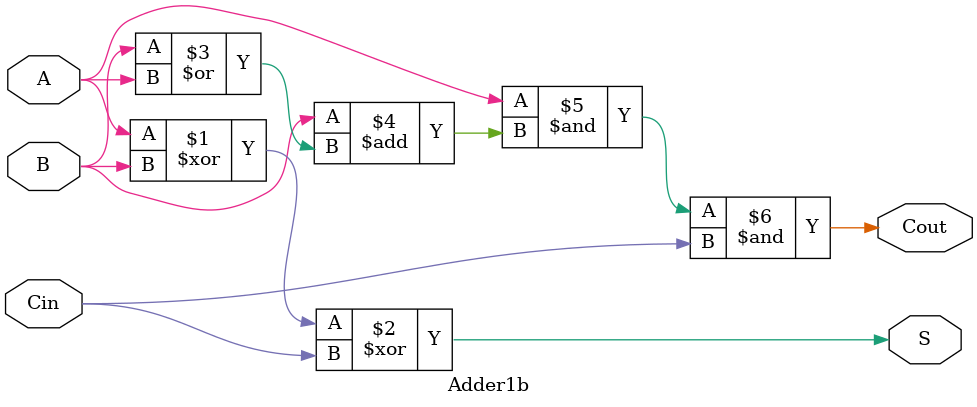
<source format=v>
module Adder1b(
    input A,
    input B,
    input Cin,
    output S,
    output Cout
);
assign S=A^B^Cin;
assign Cout=A&B+(B|A)&Cin;
endmodule
</source>
